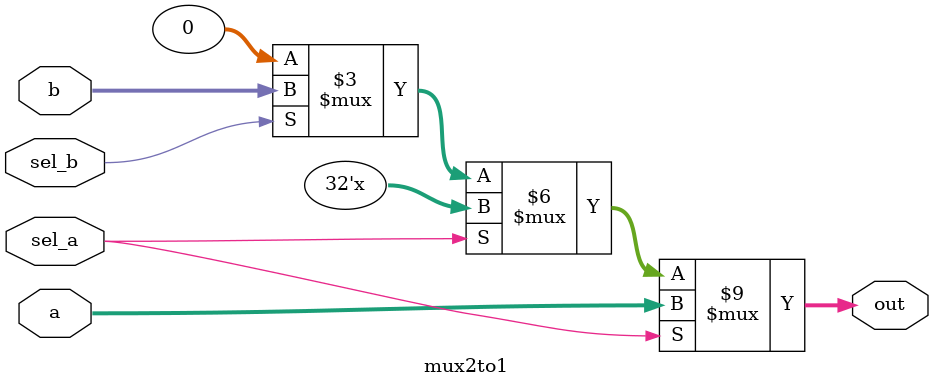
<source format=v>
module mux2to1 (input [31:0] a,b,input sel_a, sel_b, output reg [31:0] out);

    always @(a or b or sel_a or sel_b)
    begin
        out = 0;
        if (sel_a)
            out = a;
        else if (sel_b)
            out = b; 
    end
endmodule
</source>
